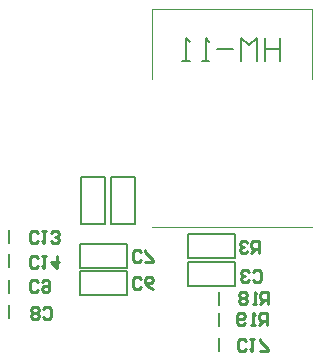
<source format=gbo>
G04 Layer_Color=32896*
%FSLAX43Y43*%
%MOMM*%
G71*
G01*
G75*
%ADD17C,0.254*%
%ADD18C,0.200*%
%ADD46C,0.100*%
D17*
X24542Y1834D02*
X24376Y1667D01*
X24043D01*
X23876Y1834D01*
Y2500D01*
X24043Y2667D01*
X24376D01*
X24542Y2500D01*
X24876Y2667D02*
X25209D01*
X25042D01*
Y1667D01*
X24876Y1834D01*
X25709Y1667D02*
X26375D01*
Y1834D01*
X25709Y2500D01*
Y2667D01*
X25115Y8326D02*
X25281Y8493D01*
X25614D01*
X25781Y8326D01*
Y7660D01*
X25614Y7493D01*
X25281D01*
X25115Y7660D01*
X24781Y8326D02*
X24615Y8493D01*
X24281D01*
X24115Y8326D01*
Y8159D01*
X24281Y7993D01*
X24448D01*
X24281D01*
X24115Y7826D01*
Y7660D01*
X24281Y7493D01*
X24615D01*
X24781Y7660D01*
X15652Y7041D02*
X15486Y6874D01*
X15153D01*
X14986Y7041D01*
Y7707D01*
X15153Y7874D01*
X15486D01*
X15652Y7707D01*
X16652Y6874D02*
X16319Y7041D01*
X15986Y7374D01*
Y7707D01*
X16152Y7874D01*
X16486D01*
X16652Y7707D01*
Y7541D01*
X16486Y7374D01*
X15986D01*
X15652Y9327D02*
X15486Y9160D01*
X15153D01*
X14986Y9327D01*
Y9993D01*
X15153Y10160D01*
X15486D01*
X15652Y9993D01*
X15986Y9160D02*
X16652D01*
Y9327D01*
X15986Y9993D01*
Y10160D01*
X25654Y9906D02*
Y10906D01*
X25154D01*
X24988Y10739D01*
Y10406D01*
X25154Y10239D01*
X25654D01*
X25321D02*
X24988Y9906D01*
X24654Y10739D02*
X24488Y10906D01*
X24154D01*
X23988Y10739D01*
Y10572D01*
X24154Y10406D01*
X24321D01*
X24154D01*
X23988Y10239D01*
Y10073D01*
X24154Y9906D01*
X24488D01*
X24654Y10073D01*
X7335Y5151D02*
X7501Y5318D01*
X7834D01*
X8001Y5151D01*
Y4485D01*
X7834Y4318D01*
X7501D01*
X7335Y4485D01*
X7001Y5151D02*
X6835Y5318D01*
X6501D01*
X6335Y5151D01*
Y4984D01*
X6501Y4818D01*
X6335Y4651D01*
Y4485D01*
X6501Y4318D01*
X6835D01*
X7001Y4485D01*
Y4651D01*
X6835Y4818D01*
X7001Y4984D01*
Y5151D01*
X6835Y4818D02*
X6501D01*
X6889Y6787D02*
X6723Y6620D01*
X6390D01*
X6223Y6787D01*
Y7453D01*
X6390Y7620D01*
X6723D01*
X6889Y7453D01*
X7223D02*
X7389Y7620D01*
X7723D01*
X7889Y7453D01*
Y6787D01*
X7723Y6620D01*
X7389D01*
X7223Y6787D01*
Y6954D01*
X7389Y7120D01*
X7889D01*
X26416Y5588D02*
Y6588D01*
X25916D01*
X25750Y6421D01*
Y6088D01*
X25916Y5921D01*
X26416D01*
X26083D02*
X25750Y5588D01*
X25416D02*
X25083D01*
X25250D01*
Y6588D01*
X25416Y6421D01*
X24583D02*
X24417Y6588D01*
X24083D01*
X23917Y6421D01*
Y6254D01*
X24083Y6088D01*
X23917Y5921D01*
Y5755D01*
X24083Y5588D01*
X24417D01*
X24583Y5755D01*
Y5921D01*
X24417Y6088D01*
X24583Y6254D01*
Y6421D01*
X24417Y6088D02*
X24083D01*
X26289Y3810D02*
Y4810D01*
X25789D01*
X25623Y4643D01*
Y4310D01*
X25789Y4143D01*
X26289D01*
X25956D02*
X25623Y3810D01*
X25289D02*
X24956D01*
X25123D01*
Y4810D01*
X25289Y4643D01*
X24456Y3977D02*
X24290Y3810D01*
X23956D01*
X23790Y3977D01*
Y4643D01*
X23956Y4810D01*
X24290D01*
X24456Y4643D01*
Y4476D01*
X24290Y4310D01*
X23790D01*
X6889Y10978D02*
X6723Y10811D01*
X6390D01*
X6223Y10978D01*
Y11644D01*
X6390Y11811D01*
X6723D01*
X6889Y11644D01*
X7223Y11811D02*
X7556D01*
X7389D01*
Y10811D01*
X7223Y10978D01*
X8056D02*
X8222Y10811D01*
X8556D01*
X8722Y10978D01*
Y11145D01*
X8556Y11311D01*
X8389D01*
X8556D01*
X8722Y11478D01*
Y11644D01*
X8556Y11811D01*
X8222D01*
X8056Y11644D01*
X6889Y8819D02*
X6723Y8652D01*
X6390D01*
X6223Y8819D01*
Y9485D01*
X6390Y9652D01*
X6723D01*
X6889Y9485D01*
X7223Y9652D02*
X7556D01*
X7389D01*
Y8652D01*
X7223Y8819D01*
X8556Y9652D02*
Y8652D01*
X8056Y9152D01*
X8722D01*
D18*
X14446Y6366D02*
Y8366D01*
X10446Y6366D02*
Y8366D01*
X10446Y6366D02*
X14446D01*
X10446Y8366D02*
X14446D01*
X4445Y4403D02*
Y5503D01*
Y6562D02*
Y7662D01*
X10446Y10652D02*
X14446D01*
X10446Y8652D02*
X14446D01*
X10446D02*
Y10652D01*
X14446Y8652D02*
Y10652D01*
X4445Y8721D02*
Y9821D01*
Y10753D02*
Y11853D01*
X19590Y11541D02*
X23590D01*
X19590Y9541D02*
X23590D01*
Y9541D02*
Y11541D01*
X19590Y9541D02*
Y11541D01*
Y7128D02*
Y9128D01*
X23590Y7128D02*
Y9128D01*
X19590D02*
X23590D01*
X19590Y7128D02*
X23590D01*
X22225Y3768D02*
Y4868D01*
Y5546D02*
Y6646D01*
X13097Y12351D02*
Y16351D01*
X15097Y12351D02*
Y16351D01*
X13097Y12351D02*
X15097D01*
X13097Y16351D02*
X15097D01*
X10557Y12351D02*
Y16351D01*
X12557Y12351D02*
Y16351D01*
X10557Y12351D02*
X12557D01*
X10557Y16351D02*
X12557D01*
X22225Y1609D02*
Y2709D01*
X27432Y28161D02*
Y26162D01*
Y27162D01*
X26099D01*
Y28161D01*
Y26162D01*
X25433D02*
Y28161D01*
X24766Y27495D01*
X24100Y28161D01*
Y26162D01*
X23433Y27162D02*
X22100D01*
X21434Y26162D02*
X20767D01*
X21101D01*
Y28161D01*
X21434Y27828D01*
X19768Y26162D02*
X19101D01*
X19435D01*
Y28161D01*
X19768Y27828D01*
D46*
X16599Y12122D02*
X30099D01*
Y24622D02*
Y30622D01*
X16599D02*
X30099D01*
X16599Y24622D02*
Y30622D01*
M02*

</source>
